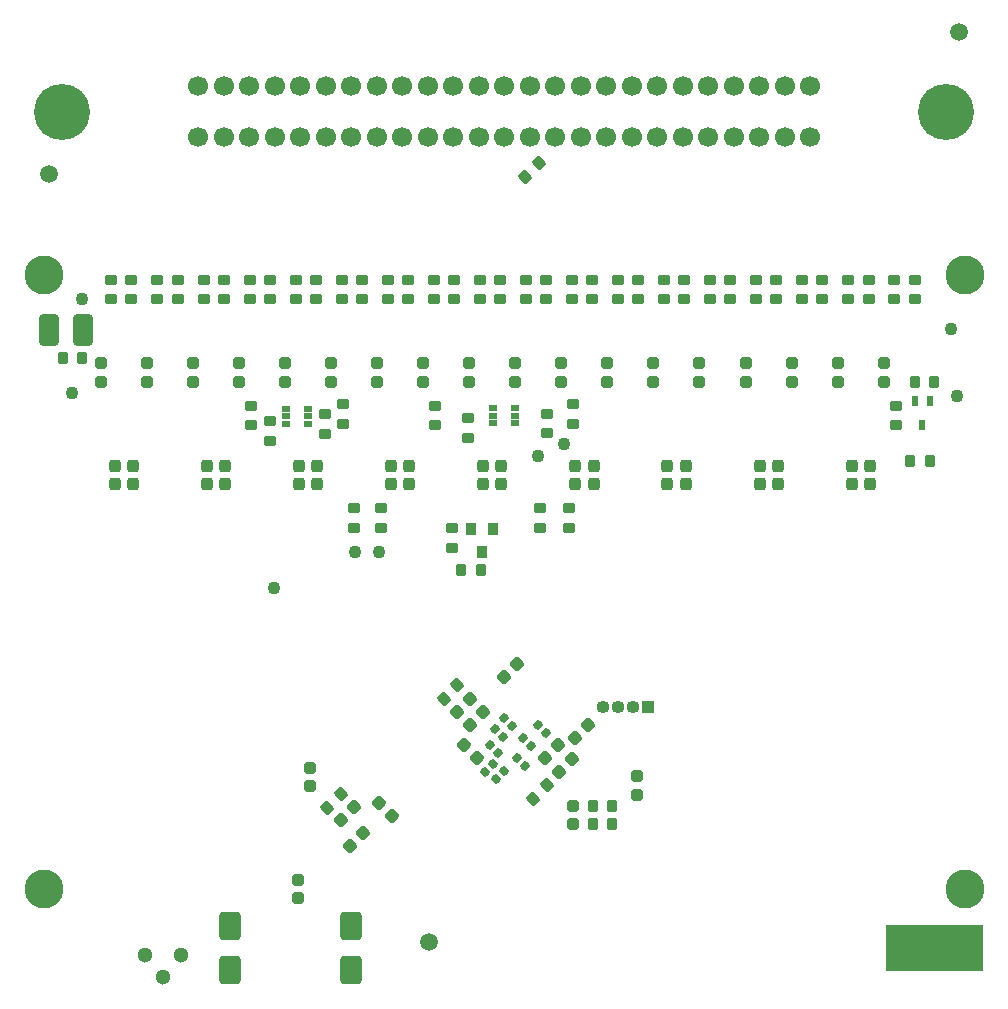
<source format=gbs>
G04 #@! TF.GenerationSoftware,KiCad,Pcbnew,(5.99.0-12548-gc9aebb8529)*
G04 #@! TF.CreationDate,2021-09-27T09:00:01-04:00*
G04 #@! TF.ProjectId,squishy,73717569-7368-4792-9e6b-696361645f70,rev?*
G04 #@! TF.SameCoordinates,PX9634260PY768aae0*
G04 #@! TF.FileFunction,Soldermask,Bot*
G04 #@! TF.FilePolarity,Negative*
%FSLAX46Y46*%
G04 Gerber Fmt 4.6, Leading zero omitted, Abs format (unit mm)*
G04 Created by KiCad (PCBNEW (5.99.0-12548-gc9aebb8529)) date 2021-09-27 09:00:01*
%MOMM*%
%LPD*%
G01*
G04 APERTURE LIST*
G04 Aperture macros list*
%AMRoundRect*
0 Rectangle with rounded corners*
0 $1 Rounding radius*
0 $2 $3 $4 $5 $6 $7 $8 $9 X,Y pos of 4 corners*
0 Add a 4 corners polygon primitive as box body*
4,1,4,$2,$3,$4,$5,$6,$7,$8,$9,$2,$3,0*
0 Add four circle primitives for the rounded corners*
1,1,$1+$1,$2,$3*
1,1,$1+$1,$4,$5*
1,1,$1+$1,$6,$7*
1,1,$1+$1,$8,$9*
0 Add four rect primitives between the rounded corners*
20,1,$1+$1,$2,$3,$4,$5,0*
20,1,$1+$1,$4,$5,$6,$7,0*
20,1,$1+$1,$6,$7,$8,$9,0*
20,1,$1+$1,$8,$9,$2,$3,0*%
G04 Aperture macros list end*
%ADD10C,0.100000*%
%ADD11RoundRect,0.250000X0.200000X0.275000X-0.200000X0.275000X-0.200000X-0.275000X0.200000X-0.275000X0*%
%ADD12RoundRect,0.250000X-0.200000X-0.275000X0.200000X-0.275000X0.200000X0.275000X-0.200000X0.275000X0*%
%ADD13RoundRect,0.250000X-0.275000X0.200000X-0.275000X-0.200000X0.275000X-0.200000X0.275000X0.200000X0*%
%ADD14RoundRect,0.050000X-0.400000X0.450000X-0.400000X-0.450000X0.400000X-0.450000X0.400000X0.450000X0*%
%ADD15C,4.750000*%
%ADD16C,1.700000*%
%ADD17C,1.100000*%
%ADD18C,1.300000*%
%ADD19RoundRect,0.300000X-0.600000X-0.900000X0.600000X-0.900000X0.600000X0.900000X-0.600000X0.900000X0*%
%ADD20C,3.300000*%
%ADD21RoundRect,0.050000X-0.500000X0.500000X-0.500000X-0.500000X0.500000X-0.500000X0.500000X0.500000X0*%
%ADD22O,1.100000X1.100000*%
%ADD23RoundRect,0.250000X-0.053033X0.335876X-0.335876X0.053033X0.053033X-0.335876X0.335876X-0.053033X0*%
%ADD24RoundRect,0.190000X0.219203X0.021213X0.021213X0.219203X-0.219203X-0.021213X-0.021213X-0.219203X0*%
%ADD25RoundRect,0.190000X0.021213X-0.219203X0.219203X-0.021213X-0.021213X0.219203X-0.219203X0.021213X0*%
%ADD26RoundRect,0.250000X0.275000X-0.200000X0.275000X0.200000X-0.275000X0.200000X-0.275000X-0.200000X0*%
%ADD27RoundRect,0.275000X0.017678X-0.335876X0.335876X-0.017678X-0.017678X0.335876X-0.335876X0.017678X0*%
%ADD28RoundRect,0.275000X-0.017678X0.335876X-0.335876X0.017678X0.017678X-0.335876X0.335876X-0.017678X0*%
%ADD29RoundRect,0.275000X0.335876X0.017678X0.017678X0.335876X-0.335876X-0.017678X-0.017678X-0.335876X0*%
%ADD30RoundRect,0.275000X-0.250000X0.225000X-0.250000X-0.225000X0.250000X-0.225000X0.250000X0.225000X0*%
%ADD31RoundRect,0.275000X0.250000X-0.225000X0.250000X0.225000X-0.250000X0.225000X-0.250000X-0.225000X0*%
%ADD32RoundRect,0.300000X0.550000X1.025000X-0.550000X1.025000X-0.550000X-1.025000X0.550000X-1.025000X0*%
%ADD33C,1.500000*%
%ADD34RoundRect,0.275000X0.225000X0.250000X-0.225000X0.250000X-0.225000X-0.250000X0.225000X-0.250000X0*%
%ADD35RoundRect,0.275000X-0.225000X-0.250000X0.225000X-0.250000X0.225000X0.250000X-0.225000X0.250000X0*%
%ADD36RoundRect,0.250000X0.053033X-0.335876X0.335876X-0.053033X-0.053033X0.335876X-0.335876X0.053033X0*%
%ADD37RoundRect,0.050000X0.325000X0.200000X-0.325000X0.200000X-0.325000X-0.200000X0.325000X-0.200000X0*%
%ADD38RoundRect,0.050000X-0.225000X-0.350000X0.225000X-0.350000X0.225000X0.350000X-0.225000X0.350000X0*%
%ADD39RoundRect,0.050000X-0.325000X-0.200000X0.325000X-0.200000X0.325000X0.200000X-0.325000X0.200000X0*%
G04 APERTURE END LIST*
D10*
X83000000Y1600000D02*
X74800000Y1600000D01*
X74800000Y1600000D02*
X74800000Y5400000D01*
X74800000Y5400000D02*
X83000000Y5400000D01*
X83000000Y5400000D02*
X83000000Y1600000D01*
G36*
X83000000Y1600000D02*
G01*
X74800000Y1600000D01*
X74800000Y5400000D01*
X83000000Y5400000D01*
X83000000Y1600000D01*
G37*
X83000000Y1600000D02*
X74800000Y1600000D01*
X74800000Y5400000D01*
X83000000Y5400000D01*
X83000000Y1600000D01*
D11*
G04 #@! TO.C,R89*
X5150000Y53400000D03*
X6800000Y53400000D03*
G04 #@! TD*
D12*
G04 #@! TO.C,R87*
X38875000Y35475000D03*
X40525000Y35475000D03*
G04 #@! TD*
D13*
G04 #@! TO.C,R86*
X38075000Y39025000D03*
X38075000Y37375000D03*
G04 #@! TD*
D14*
G04 #@! TO.C,Q5*
X39675000Y38975000D03*
X41575000Y38975000D03*
X40625000Y36975000D03*
G04 #@! TD*
D15*
G04 #@! TO.C,J2*
X79925000Y74300000D03*
X5075000Y74300000D03*
D16*
X16580000Y76445000D03*
X18740000Y76445000D03*
X20900000Y76445000D03*
X23060000Y76445000D03*
X25220000Y76445000D03*
X27380000Y76445000D03*
X29540000Y76445000D03*
X31700000Y76445000D03*
X33860000Y76445000D03*
X36020000Y76445000D03*
X38180000Y76445000D03*
X40340000Y76445000D03*
X42500000Y76445000D03*
X44660000Y76445000D03*
X46820000Y76445000D03*
X48980000Y76445000D03*
X51140000Y76445000D03*
X53300000Y76445000D03*
X55460000Y76445000D03*
X57620000Y76445000D03*
X59780000Y76445000D03*
X61940000Y76445000D03*
X64100000Y76445000D03*
X66260000Y76445000D03*
X68420000Y76445000D03*
X16580000Y72155000D03*
X18740000Y72155000D03*
X20900000Y72155000D03*
X23060000Y72155000D03*
X25220000Y72155000D03*
X27380000Y72155000D03*
X29540000Y72155000D03*
X31700000Y72155000D03*
X33860000Y72155000D03*
X36020000Y72155000D03*
X38180000Y72155000D03*
X40340000Y72155000D03*
X42500000Y72155000D03*
X44660000Y72155000D03*
X46820000Y72155000D03*
X48980000Y72155000D03*
X51140000Y72155000D03*
X53300000Y72155000D03*
X55460000Y72155000D03*
X57620000Y72155000D03*
X59780000Y72155000D03*
X61940000Y72155000D03*
X64100000Y72155000D03*
X66260000Y72155000D03*
X68420000Y72155000D03*
G04 #@! TD*
D17*
G04 #@! TO.C,TP18*
X5900000Y50500000D03*
G04 #@! TD*
G04 #@! TO.C,TP16*
X80350000Y55900000D03*
G04 #@! TD*
G04 #@! TO.C,TP15*
X23050000Y34000000D03*
G04 #@! TD*
D18*
G04 #@! TO.C,SW1*
X13600000Y1000000D03*
X12100000Y2850000D03*
X15100000Y2850000D03*
G04 #@! TD*
D19*
G04 #@! TO.C,J1*
X19300000Y1600000D03*
X29500000Y1600000D03*
X19300000Y5300000D03*
X29500000Y5300000D03*
G04 #@! TD*
D20*
G04 #@! TO.C,H4*
X3500000Y60500000D03*
G04 #@! TD*
G04 #@! TO.C,H2*
X81500000Y60500000D03*
G04 #@! TD*
G04 #@! TO.C,H1*
X3500000Y8500000D03*
G04 #@! TD*
G04 #@! TO.C,H3*
X81500000Y8500000D03*
G04 #@! TD*
D21*
G04 #@! TO.C,J3*
X54650000Y23850000D03*
D22*
X53380000Y23850000D03*
X52110000Y23850000D03*
X50840000Y23850000D03*
G04 #@! TD*
D23*
G04 #@! TO.C,R72*
X28683363Y16533363D03*
X27516637Y15366637D03*
G04 #@! TD*
D13*
G04 #@! TO.C,R79*
X20950000Y60050000D03*
X20950000Y58400000D03*
G04 #@! TD*
D24*
G04 #@! TO.C,C40*
X42439411Y21310589D03*
X41760589Y21989411D03*
G04 #@! TD*
D25*
G04 #@! TO.C,C44*
X40910589Y18360589D03*
X41589411Y19039411D03*
G04 #@! TD*
D24*
G04 #@! TO.C,C35*
X44289411Y18910589D03*
X43610589Y19589411D03*
G04 #@! TD*
D26*
G04 #@! TO.C,R78*
X22650000Y60050000D03*
X22650000Y58400000D03*
G04 #@! TD*
D27*
G04 #@! TO.C,C54*
X29451992Y12151992D03*
X30548008Y13248008D03*
G04 #@! TD*
D25*
G04 #@! TO.C,C39*
X41810589Y17760589D03*
X42489411Y18439411D03*
G04 #@! TD*
D28*
G04 #@! TO.C,C55*
X29798008Y15398008D03*
X28701992Y14301992D03*
G04 #@! TD*
D26*
G04 #@! TO.C,R31*
X77250000Y58400000D03*
X77250000Y60050000D03*
G04 #@! TD*
D29*
G04 #@! TO.C,C46*
X40198008Y19551992D03*
X39101992Y20648008D03*
G04 #@! TD*
D30*
G04 #@! TO.C,C57*
X26025000Y18725000D03*
X26025000Y17175000D03*
G04 #@! TD*
D24*
G04 #@! TO.C,C34*
X44789411Y20610589D03*
X44110589Y21289411D03*
G04 #@! TD*
G04 #@! TO.C,C38*
X43139411Y22260589D03*
X42460589Y22939411D03*
G04 #@! TD*
G04 #@! TO.C,C33*
X46039411Y21710589D03*
X45360589Y22389411D03*
G04 #@! TD*
D28*
G04 #@! TO.C,C28*
X49598008Y22348008D03*
X48501992Y21251992D03*
G04 #@! TD*
D24*
G04 #@! TO.C,C41*
X41989411Y20010589D03*
X41310589Y20689411D03*
G04 #@! TD*
D29*
G04 #@! TO.C,C52*
X32998008Y14651992D03*
X31901992Y15748008D03*
G04 #@! TD*
D27*
G04 #@! TO.C,C37*
X42501992Y26401992D03*
X43598008Y27498008D03*
G04 #@! TD*
D31*
G04 #@! TO.C,C29*
X48348527Y13954289D03*
X48348527Y15504289D03*
G04 #@! TD*
D30*
G04 #@! TO.C,C60*
X25050000Y9225000D03*
X25050000Y7675000D03*
G04 #@! TD*
D32*
G04 #@! TO.C,F1*
X6825000Y55800000D03*
X3975000Y55800000D03*
G04 #@! TD*
D23*
G04 #@! TO.C,R77*
X45458363Y69933363D03*
X44291637Y68766637D03*
G04 #@! TD*
D11*
G04 #@! TO.C,R53*
X51650000Y15475000D03*
X50000000Y15475000D03*
G04 #@! TD*
G04 #@! TO.C,R52*
X51650000Y13999999D03*
X50000000Y13999999D03*
G04 #@! TD*
D33*
G04 #@! TO.C,FID5*
X36150000Y4000000D03*
G04 #@! TD*
G04 #@! TO.C,FID4*
X81000000Y81000000D03*
G04 #@! TD*
G04 #@! TO.C,FID6*
X4000000Y69000000D03*
G04 #@! TD*
D30*
G04 #@! TO.C,C62*
X20050000Y52975000D03*
X20050000Y51425000D03*
G04 #@! TD*
D27*
G04 #@! TO.C,C30*
X47151992Y18401992D03*
X48248008Y19498008D03*
G04 #@! TD*
D13*
G04 #@! TO.C,R38*
X46100000Y48725000D03*
X46100000Y47075000D03*
G04 #@! TD*
D30*
G04 #@! TO.C,C24*
X55100000Y52975000D03*
X55100000Y51425000D03*
G04 #@! TD*
D17*
G04 #@! TO.C,TP10*
X45350000Y45100000D03*
G04 #@! TD*
D26*
G04 #@! TO.C,R64*
X34350000Y58400000D03*
X34350000Y60050000D03*
G04 #@! TD*
D30*
G04 #@! TO.C,C53*
X31750000Y52975000D03*
X31750000Y51425000D03*
G04 #@! TD*
G04 #@! TO.C,C61*
X23950000Y52975000D03*
X23950000Y51425000D03*
G04 #@! TD*
D34*
G04 #@! TO.C,C64*
X18875000Y44250000D03*
X17325000Y44250000D03*
G04 #@! TD*
D26*
G04 #@! TO.C,R82*
X14850000Y58400000D03*
X14850000Y60050000D03*
G04 #@! TD*
D28*
G04 #@! TO.C,C45*
X40748008Y23498008D03*
X39651992Y22401992D03*
G04 #@! TD*
D13*
G04 #@! TO.C,R83*
X13150000Y60050000D03*
X13150000Y58400000D03*
G04 #@! TD*
G04 #@! TO.C,R49*
X56050000Y60050000D03*
X56050000Y58400000D03*
G04 #@! TD*
D30*
G04 #@! TO.C,C69*
X8350000Y52975000D03*
X8350000Y51425000D03*
G04 #@! TD*
D26*
G04 #@! TO.C,R48*
X57750000Y58400000D03*
X57750000Y60050000D03*
G04 #@! TD*
D30*
G04 #@! TO.C,C21*
X59000000Y52975000D03*
X59000000Y51425000D03*
G04 #@! TD*
D35*
G04 #@! TO.C,C27*
X48525000Y44250000D03*
X50075000Y44250000D03*
G04 #@! TD*
D34*
G04 #@! TO.C,C63*
X18875000Y42750000D03*
X17325000Y42750000D03*
G04 #@! TD*
D26*
G04 #@! TO.C,R34*
X73350000Y58400000D03*
X73350000Y60050000D03*
G04 #@! TD*
D35*
G04 #@! TO.C,C68*
X9525000Y44250000D03*
X11075000Y44250000D03*
G04 #@! TD*
D13*
G04 #@! TO.C,R40*
X45526520Y40701520D03*
X45526520Y39051520D03*
G04 #@! TD*
D34*
G04 #@! TO.C,C58*
X26675000Y42750000D03*
X25125000Y42750000D03*
G04 #@! TD*
D17*
G04 #@! TO.C,TP12*
X29900000Y37000000D03*
G04 #@! TD*
D30*
G04 #@! TO.C,C16*
X66850000Y52975000D03*
X66850000Y51425000D03*
G04 #@! TD*
D28*
G04 #@! TO.C,C48*
X39598008Y24598008D03*
X38501992Y23501992D03*
G04 #@! TD*
D36*
G04 #@! TO.C,R62*
X37366637Y24566637D03*
X38533363Y25733363D03*
G04 #@! TD*
D13*
G04 #@! TO.C,R60*
X40450000Y60050000D03*
X40450000Y58400000D03*
G04 #@! TD*
G04 #@! TO.C,R55*
X48250000Y60050000D03*
X48250000Y58400000D03*
G04 #@! TD*
D17*
G04 #@! TO.C,TP11*
X31900000Y37000000D03*
G04 #@! TD*
D26*
G04 #@! TO.C,R75*
X21050000Y49375000D03*
X21050000Y47725000D03*
G04 #@! TD*
D34*
G04 #@! TO.C,C43*
X40725000Y44250000D03*
X42275000Y44250000D03*
G04 #@! TD*
D26*
G04 #@! TO.C,R84*
X10950000Y58400000D03*
X10950000Y60050000D03*
G04 #@! TD*
G04 #@! TO.C,R56*
X46050000Y58400000D03*
X46050000Y60050000D03*
G04 #@! TD*
D30*
G04 #@! TO.C,C20*
X53750000Y18025000D03*
X53750000Y16475000D03*
G04 #@! TD*
D13*
G04 #@! TO.C,R68*
X27350000Y47025000D03*
X27350000Y48675000D03*
G04 #@! TD*
D26*
G04 #@! TO.C,R54*
X49950000Y58400000D03*
X49950000Y60050000D03*
G04 #@! TD*
D27*
G04 #@! TO.C,C32*
X45951992Y19551992D03*
X47048008Y20648008D03*
G04 #@! TD*
D13*
G04 #@! TO.C,R76*
X24850000Y60050000D03*
X24850000Y58400000D03*
G04 #@! TD*
D31*
G04 #@! TO.C,C47*
X39550000Y51425000D03*
X39550000Y52975000D03*
G04 #@! TD*
D13*
G04 #@! TO.C,R41*
X67750000Y60050000D03*
X67750000Y58400000D03*
G04 #@! TD*
D26*
G04 #@! TO.C,R35*
X48350000Y47875000D03*
X48350000Y49525000D03*
G04 #@! TD*
G04 #@! TO.C,R65*
X28850000Y49525000D03*
X28850000Y47875000D03*
G04 #@! TD*
D35*
G04 #@! TO.C,C14*
X71925000Y44250000D03*
X73475000Y44250000D03*
G04 #@! TD*
D31*
G04 #@! TO.C,C49*
X35650000Y51425000D03*
X35650000Y52975000D03*
G04 #@! TD*
D34*
G04 #@! TO.C,C13*
X73475000Y42750000D03*
X71925000Y42750000D03*
G04 #@! TD*
G04 #@! TO.C,C23*
X57875000Y44250000D03*
X56325000Y44250000D03*
G04 #@! TD*
D12*
G04 #@! TO.C,R29*
X77275000Y51400000D03*
X78925000Y51400000D03*
G04 #@! TD*
D13*
G04 #@! TO.C,R51*
X52150000Y60050000D03*
X52150000Y58400000D03*
G04 #@! TD*
G04 #@! TO.C,R81*
X17050000Y60050000D03*
X17050000Y58400000D03*
G04 #@! TD*
G04 #@! TO.C,R63*
X36550000Y60050000D03*
X36550000Y58400000D03*
G04 #@! TD*
D26*
G04 #@! TO.C,R80*
X18750000Y58400000D03*
X18750000Y60050000D03*
G04 #@! TD*
D13*
G04 #@! TO.C,R71*
X28750000Y60050000D03*
X28750000Y58400000D03*
G04 #@! TD*
D37*
G04 #@! TO.C,Q4*
X24000000Y49150000D03*
X24000000Y48500000D03*
X24000000Y47850000D03*
X25900000Y47850000D03*
X25900000Y48500000D03*
X25900000Y49150000D03*
G04 #@! TD*
D35*
G04 #@! TO.C,C18*
X64125000Y44250000D03*
X65675000Y44250000D03*
G04 #@! TD*
D13*
G04 #@! TO.C,R44*
X39400000Y48325000D03*
X39400000Y46675000D03*
G04 #@! TD*
D34*
G04 #@! TO.C,C26*
X50075000Y42750000D03*
X48525000Y42750000D03*
G04 #@! TD*
G04 #@! TO.C,C59*
X26675000Y44250000D03*
X25125000Y44250000D03*
G04 #@! TD*
D30*
G04 #@! TO.C,C36*
X43450000Y52975000D03*
X43450000Y51425000D03*
G04 #@! TD*
D38*
G04 #@! TO.C,Q2*
X77250000Y49800000D03*
X78550000Y49800000D03*
X77900000Y47800000D03*
G04 #@! TD*
D31*
G04 #@! TO.C,C12*
X74650000Y51425000D03*
X74650000Y52975000D03*
G04 #@! TD*
D13*
G04 #@! TO.C,R36*
X71650000Y60050000D03*
X71650000Y58400000D03*
G04 #@! TD*
D30*
G04 #@! TO.C,C25*
X51200000Y52975000D03*
X51200000Y51425000D03*
G04 #@! TD*
D26*
G04 #@! TO.C,R61*
X38250000Y58400000D03*
X38250000Y60050000D03*
G04 #@! TD*
D13*
G04 #@! TO.C,R73*
X22650000Y46425000D03*
X22650000Y48075000D03*
G04 #@! TD*
D34*
G04 #@! TO.C,C22*
X57875000Y42750000D03*
X56325000Y42750000D03*
G04 #@! TD*
D17*
G04 #@! TO.C,TP9*
X47600000Y46150000D03*
G04 #@! TD*
D36*
G04 #@! TO.C,R57*
X44966637Y16116637D03*
X46133363Y17283363D03*
G04 #@! TD*
D13*
G04 #@! TO.C,R67*
X32050000Y40725000D03*
X32050000Y39075000D03*
G04 #@! TD*
D12*
G04 #@! TO.C,R30*
X76875000Y44750000D03*
X78525000Y44750000D03*
G04 #@! TD*
D34*
G04 #@! TO.C,C42*
X42275000Y42750000D03*
X40725000Y42750000D03*
G04 #@! TD*
D26*
G04 #@! TO.C,R74*
X26550000Y58400000D03*
X26550000Y60050000D03*
G04 #@! TD*
D13*
G04 #@! TO.C,R66*
X32650000Y60050000D03*
X32650000Y58400000D03*
G04 #@! TD*
D34*
G04 #@! TO.C,C51*
X34475000Y44250000D03*
X32925000Y44250000D03*
G04 #@! TD*
D30*
G04 #@! TO.C,C56*
X27850000Y52975000D03*
X27850000Y51425000D03*
G04 #@! TD*
G04 #@! TO.C,C31*
X47350000Y52975000D03*
X47350000Y51425000D03*
G04 #@! TD*
D26*
G04 #@! TO.C,R59*
X42150000Y58400000D03*
X42150000Y60050000D03*
G04 #@! TD*
D17*
G04 #@! TO.C,TP8*
X80850000Y50250000D03*
G04 #@! TD*
D34*
G04 #@! TO.C,C50*
X34475000Y42750000D03*
X32925000Y42750000D03*
G04 #@! TD*
D13*
G04 #@! TO.C,R33*
X75550000Y60050000D03*
X75550000Y58400000D03*
G04 #@! TD*
G04 #@! TO.C,R70*
X29750000Y40725000D03*
X29750000Y39075000D03*
G04 #@! TD*
G04 #@! TO.C,R58*
X44350000Y60050000D03*
X44350000Y58400000D03*
G04 #@! TD*
D30*
G04 #@! TO.C,C15*
X70750000Y52975000D03*
X70750000Y51425000D03*
G04 #@! TD*
G04 #@! TO.C,C66*
X12250000Y52975000D03*
X12250000Y51425000D03*
G04 #@! TD*
G04 #@! TO.C,C65*
X16150000Y52975000D03*
X16150000Y51425000D03*
G04 #@! TD*
D26*
G04 #@! TO.C,R45*
X61650000Y58400000D03*
X61650000Y60050000D03*
G04 #@! TD*
G04 #@! TO.C,R69*
X30450000Y58400000D03*
X30450000Y60050000D03*
G04 #@! TD*
D13*
G04 #@! TO.C,R47*
X59950000Y60050000D03*
X59950000Y58400000D03*
G04 #@! TD*
D17*
G04 #@! TO.C,TP13*
X6800000Y58400000D03*
G04 #@! TD*
D26*
G04 #@! TO.C,R39*
X69450000Y58400000D03*
X69450000Y60050000D03*
G04 #@! TD*
D13*
G04 #@! TO.C,R43*
X63850000Y60050000D03*
X63850000Y58400000D03*
G04 #@! TD*
G04 #@! TO.C,R37*
X48000000Y40701520D03*
X48000000Y39051520D03*
G04 #@! TD*
D34*
G04 #@! TO.C,C67*
X11075000Y42750000D03*
X9525000Y42750000D03*
G04 #@! TD*
D13*
G04 #@! TO.C,R85*
X9250000Y60050000D03*
X9250000Y58400000D03*
G04 #@! TD*
D26*
G04 #@! TO.C,R42*
X65550000Y58400000D03*
X65550000Y60050000D03*
G04 #@! TD*
G04 #@! TO.C,R46*
X36650000Y47725000D03*
X36650000Y49375000D03*
G04 #@! TD*
D34*
G04 #@! TO.C,C17*
X65675000Y42750000D03*
X64125000Y42750000D03*
G04 #@! TD*
D39*
G04 #@! TO.C,Q3*
X41550000Y47900000D03*
X41550000Y48550000D03*
X41550000Y49200000D03*
X43450000Y49200000D03*
X43450000Y48550000D03*
X43450000Y47900000D03*
G04 #@! TD*
D26*
G04 #@! TO.C,R32*
X75650000Y47725000D03*
X75650000Y49375000D03*
G04 #@! TD*
G04 #@! TO.C,R50*
X53850000Y58400000D03*
X53850000Y60050000D03*
G04 #@! TD*
D31*
G04 #@! TO.C,C19*
X62950000Y51425000D03*
X62950000Y52975000D03*
G04 #@! TD*
M02*

</source>
